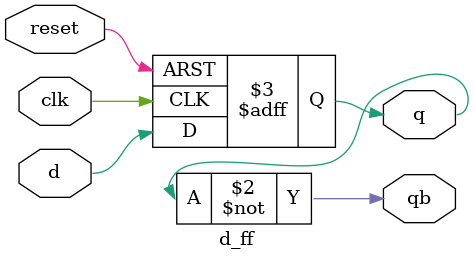
<source format=v>
/* D flip flop Truth table

	Input is equal to the output when the output is clk is high when reset is high ouput is 0

		 ____________
		|	     |
	D----->	|	     |--------> Q
		|     Dff    |
      Clk------>|	     |--------> Q'
		|____________|
		      /|\
		       |
		       |reset
*/

module d_ff(clk,
           reset,
           d,
           q,
           qb);

// Step1 : Declare Port Directions

  input clk,reset,d;	 
  output reg q;
  output qb;

// Step2 : Write the behavioral logic for D flip-flop functionality.


  always@(posedge clk or posedge reset)
	begin
	if(reset)
	q = 0;
	else
	q = d;
	end

//Step3. Assign complement of q to qb.

  assign qb=~q;       

endmodule         




</source>
